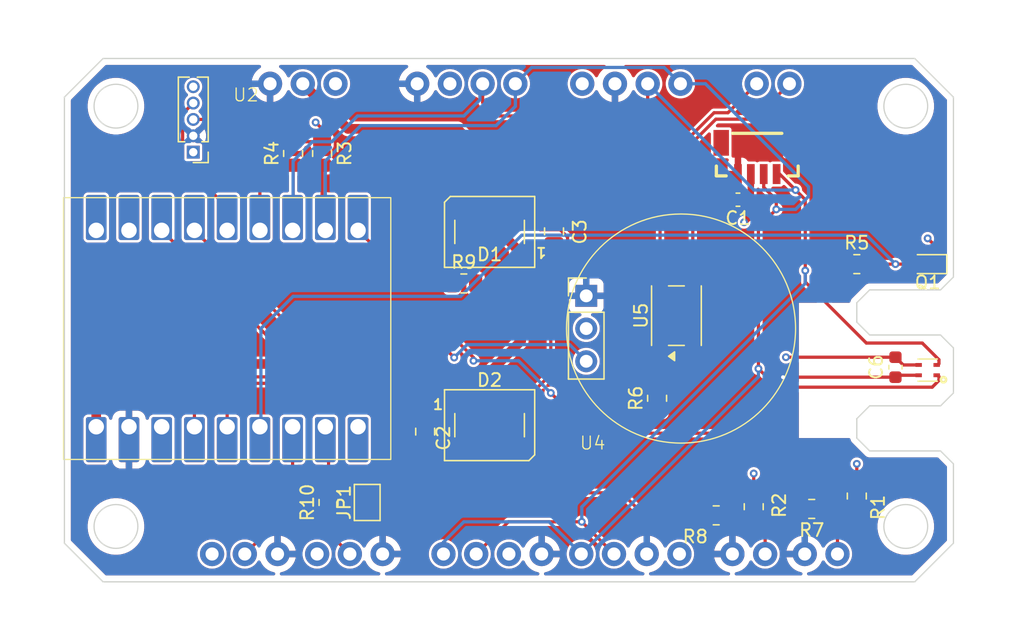
<source format=kicad_pcb>
(kicad_pcb (version 20241229) (generator "pcbnew") (generator_version "9.0")
  (layers (0 "F.Cu" power) (4 "In1.Cu" power) (6 "In2.Cu" power) (2 "B.Cu" power) (13 "F.Paste" user) (15 "B.Paste" user) (5 "F.SilkS" user "F.Silkscreen") (7 "B.SilkS" user "B.Silkscreen") (1 "F.Mask" user) (3 "B.Mask" user) (25 "Edge.Cuts" user))
  (net 0 "")
  (net 1 "+3V3")
  (net 2 "GND")
  (net 3 "+5V")
  (net 4 "Net-(D1-DIN)")
  (net 8 "SCK")
  (net 9 "SDA")
  (net 10 "UART_TX_mmWAVE")
  (net 11 "UART_RX_mmWAVE")
  (net 12 "WS12_LED_IN")
  (net 13 "Net-(U1-GP1)")
  (net 14 "Net-(U1-GP2)")
  (net 16 "Net-(U1-GP13)")
  (net 19 "Net-(D1-DOUT)")
  (net 21 "Net-(J3-Pin_2)")
  (net 22 "Net-(J3-Pin_1)")
  (net 23 "PhotoMeas")
  (net 24 "Relais")
  (net 25 "Net-(R6-Pad2)")
  (net 26 "Net-(J5-Pin_2)")
  (net 27 "Net-(J6-Pin_2)")
  (net 28 "Net-(J7-Pin_2)")
  (net 29 "Net-(J8-Pin_2)")
  (net 30 "Net-(JP1-B)")
  (footprint "Resistor_SMD:R_0805_2012Metric" (layer "F.Cu") (at 108.75 74.9125 90)
    (property "Reference" "R4" (at 0 -1.65 90) (layer "F.SilkS"))
    (property "Value" "2k2")
    (fp_line (start -0.227064 -0.735) (end 0.227064 -0.735) (stroke (width 0.12)) (layer "F.SilkS"))
    (fp_line (start -0.227064 0.735) (end 0.227064 0.735) (stroke (width 0.12)) (layer "F.SilkS"))
    (pad "1" smd roundrect (at -0.9125 0 90) (size 1.025 1.4) (layers "F.Cu" "F.Mask" "F.Paste") (roundrect_rratio 0.243902) (net 8 "SCK"))
    (pad "2" smd roundrect (at 0.9125 0 90) (size 1.025 1.4) (layers "F.Cu" "F.Mask" "F.Paste") (roundrect_rratio 0.243902) (net 1 "+3V3"))
  )
  (footprint "Jumper:SolderJumper-2_P1.3mm_Open_TrianglePad1.0x1.5mm" (layer "F.Cu") (at 114.5 102 90)
    (property "Reference" "JP1" (at 0 -1.8 90) (layer "F.SilkS"))
    (property "Value" "SolderJumper_2_Open" (hide yes))
    (fp_line (start 1.4 -1) (end 1.4 1) (stroke (width 0.12)) (layer "F.SilkS"))
    (fp_line (start -1.4 -1) (end 1.4 -1) (stroke (width 0.12)) (layer "F.SilkS"))
    (fp_line (start 1.4 1) (end -1.4 1) (stroke (width 0.12)) (layer "F.SilkS"))
    (fp_line (start -1.4 1) (end -1.4 -1) (stroke (width 0.12)) (layer "F.SilkS"))
    (pad "1" smd custom (at -0.725 0 90) (size 0.3 0.3) (layers "F.Cu" "F.Mask") (net 29 "Net-(J8-Pin_2)") (options (clearance outline) (anchor rect)) (primitives (gr_poly (pts (xy 1 0) (xy 0.5 0.75) (xy -0.5 0.75) (xy -0.5 -0.75) (xy 0.5 -0.75)) (width 0) (fill yes))))
    (pad "2" smd custom (at 0.725 0 90) (size 0.3 0.3) (layers "F.Cu" "F.Mask") (net 30 "Net-(JP1-B)") (options (clearance outline) (anchor rect)) (primitives (gr_poly (pts (xy 0.5 0.75) (xy -0.65 0.75) (xy -0.15 0) (xy -0.65 -0.75) (xy 0.5 -0.75)) (width 0) (fill yes))))
  )
  (footprint "PCM_SparkFun-Sensor:Sensirion_DFN-4_1.5x1.5mm_P0.8mm_SHT4x_NoCentralPad" (layer "F.Cu") (at 158 91.725 180)
    (property "Reference" "U3")
    (property "Value" "SHT40")
    (fp_line (start -0.75 0.86) (end 0.75 0.86) (stroke (width 0.12)) (layer "F.SilkS"))
    (fp_line (start -0.75 -0.86) (end 0.75 -0.86) (stroke (width 0.12)) (layer "F.SilkS"))
    (fp_circle (center -1.225289 -0.744253) (end -1.125289 -0.744253) (stroke (width 0.2032)) (fill no) (layer "F.SilkS"))
    (pad "1" smd rect (at -0.7 -0.4 180) (size 0.5 0.3) (layers "F.Cu" "F.Mask" "F.Paste") (net 9 "SDA"))
    (pad "2" smd rect (at -0.7 0.4 180) (size 0.5 0.3) (layers "F.Cu" "F.Mask" "F.Paste") (net 8 "SCK"))
    (pad "3" smd rect (at 0.7 0.4 180) (size 0.5 0.3) (layers "F.Cu" "F.Mask" "F.Paste") (net 1 "+3V3"))
    (pad "4" smd rect (at 0.7 -0.4 180) (size 0.5 0.3) (layers "F.Cu" "F.Mask" "F.Paste") (net 2 "GND"))
    (zone (net 0) (net_name "") (layer "F.Cu") (connect_pads (clearance 0)) (min_thickness 0.254)
      (keepout (tracks not_allowed) (vias not_allowed) (pads allowed) (copperpour not_allowed) (footprints allowed))
      (fill (thermal_gap 0.508) (thermal_bridge_width 0.508))
      (polygon (pts (xy 157.25 92.275) (xy 157.55 92.275) (xy 157.55 91.975) (xy 157.25 91.975) (xy 157.25 91.475) (xy 157.55 91.475) (xy 157.55 91.175) (xy 157.25 91.175) (xy 157.25 90.975) (xy 158.75 90.975) (xy 158.75 91.175) (xy 158.45 91.175) (xy 158.45 91.475) (xy 158.75 91.475) (xy 158.75 91.975) (xy 158.45 91.975) (xy 158.45 92.275) (xy 158.75 92.275) (xy 158.75 92.475) (xy 157.25 92.475)))
    )
  )
  (footprint "PCM_SparkFun-Connector:1x03_P2.54mm" (layer "F.Cu") (at 115.694603 106 180)
    (property "Reference" "J8")
    (property "Value" "Conn_01x03")
    (pad "1" thru_hole circle (at 0 0 270) (size 1.8796 1.8796) (drill 1.016) (layers "*.Cu" "*.Mask") (net 2 "GND"))
    (pad "2" thru_hole circle (at 2.54 0 270) (size 1.8796 1.8796) (drill 1.016) (layers "*.Cu" "*.Mask") (net 29 "Net-(J8-Pin_2)"))
    (pad "3" thru_hole circle (at 5.08 0 270) (size 1.8796 1.8796) (drill 1.016) (layers "*.Cu" "*.Mask") (net 1 "+3V3"))
  )
  (footprint "Resistor_SMD:R_0805_2012Metric" (layer "F.Cu") (at 141.5875 103 180)
    (property "Reference" "R8" (at 1.622897 -1.65 0) (layer "F.SilkS"))
    (property "Value" "470R")
    (fp_line (start -0.227064 0.735) (end 0.227064 0.735) (stroke (width 0.12)) (layer "F.SilkS"))
    (fp_line (start -0.227064 -0.735) (end 0.227064 -0.735) (stroke (width 0.12)) (layer "F.SilkS"))
    (pad "1" smd roundrect (at -0.9125 0 180) (size 1.025 1.4) (layers "F.Cu" "F.Mask" "F.Paste") (roundrect_rratio 0.243902) (net 26 "Net-(J5-Pin_2)"))
    (pad "2" smd roundrect (at 0.9125 0 180) (size 1.025 1.4) (layers "F.Cu" "F.Mask" "F.Paste") (roundrect_rratio 0.243902) (net 14 "Net-(U1-GP2)"))
  )
  (footprint "LibraryThomas:PIR_SR602" (layer "F.Cu") (at 132 93.58)
    (property "Reference" "U4" (at 0 3.81 0) (layer "F.SilkS") (effects (font (thickness 0.1))))
    (property "Value" "~")
    (fp_line (start -1.88 -9) (end -0.5 -9) (stroke (width 0.12)) (layer "F.SilkS"))
    (fp_line (start -1.88 -7.62) (end -1.88 -9) (stroke (width 0.12)) (layer "F.SilkS"))
    (fp_line (start -1.88 -6.35) (end -1.88 -1.16) (stroke (width 0.12)) (layer "F.SilkS"))
    (fp_line (start -1.88 -6.35) (end 0.88 -6.35) (stroke (width 0.12)) (layer "F.SilkS"))
    (fp_line (start -1.88 -1.16) (end 0.88 -1.16) (stroke (width 0.12)) (layer "F.SilkS"))
    (fp_line (start 0.88 -6.35) (end 0.88 -1.16) (stroke (width 0.12)) (layer "F.SilkS"))
    (fp_circle (center 6.858 -5.08) (end 15.748 -5.08) (stroke (width 0.1)) (fill no) (layer "F.SilkS"))
    (pad "1" thru_hole rect (at -0.5 -7.62) (size 1.7 1.7) (drill 1) (layers "*.Cu" "*.Mask") (net 2 "GND"))
    (pad "2" thru_hole circle (at -0.5 -5.08) (size 1.7 1.7) (drill 1) (layers "*.Cu" "*.Mask") (net 1 "+3V3"))
    (pad "3" thru_hole circle (at -0.5 -2.54) (size 1.7 1.7) (drill 1) (layers "*.Cu" "*.Mask") (net 16 "Net-(U1-GP13)"))
  )
  (footprint "PCM_SparkFun-Connector:1x04_P2.54mm" (layer "F.Cu") (at 131.19 69.5)
    (property "Reference" "J9")
    (property "Value" "VL53L0X Module")
    (pad "1" thru_hole circle (at 0 0 90) (size 1.8796 1.8796) (drill 1.016) (layers "*.Cu" "*.Mask") (net 1 "+3V3"))
    (pad "2" thru_hole circle (at 2.54 0 90) (size 1.8796 1.8796) (drill 1.016) (layers "*.Cu" "*.Mask") (net 2 "GND"))
    (pad "3" thru_hole circle (at 5.08 0 90) (size 1.8796 1.8796) (drill 1.016) (layers "*.Cu" "*.Mask") (net 8 "SCK"))
    (pad "4" thru_hole circle (at 7.62 0 90) (size 1.8796 1.8796) (drill 1.016) (layers "*.Cu" "*.Mask") (net 9 "SDA"))
  )
  (footprint "LibraryThomas:Unbenannt" (layer "F.Cu") (at 101 72.27)
    (property "Reference" "U2" (at 4.09 -1.9 0) (layer "F.SilkS") (effects (font (thickness 0.1))))
    (property "Value" "~")
    (fp_line (start -1.16 1.73) (end -1.16 -3.285) (stroke (width 0.12)) (layer "F.SilkS"))
    (fp_line (start -0.666708 1.73) (end -1.16 1.73) (stroke (width 0.12)) (layer "F.SilkS"))
    (fp_line (start -0.317923 -3.285) (end -1.16 -3.285) (stroke (width 0.12)) (layer "F.SilkS"))
    (fp_line (start 1.16 -3.285) (end 0.317923 -3.285) (stroke (width 0.12)) (layer "F.SilkS"))
    (fp_line (start 1.16 1.73) (end 0.666708 1.73) (stroke (width 0.12)) (layer "F.SilkS"))
    (fp_line (start 1.16 1.73) (end 1.16 -3.285) (stroke (width 0.12)) (layer "F.SilkS"))
    (fp_line (start 1.16 2.54) (end 1.16 3.35) (stroke (width 0.12)) (layer "F.SilkS"))
    (fp_line (start 1.16 3.35) (end 0 3.35) (stroke (width 0.12)) (layer "F.SilkS"))
    (pad "1" thru_hole rect (at 0 2.54 180) (size 1 1) (drill 0.65) (layers "*.Cu" "*.Mask") (net 1 "+3V3"))
    (pad "2" thru_hole circle (at 0 1.27 180) (size 1 1) (drill 0.65) (layers "*.Cu" "*.Mask") (net 2 "GND"))
    (pad "3" thru_hole circle (at 0 0 180) (size 1 1) (drill 0.65) (layers "*.Cu" "*.Mask") (net 11 "UART_RX_mmWAVE"))
    (pad "4" thru_hole circle (at 0 -1.27 180) (size 1 1) (drill 0.65) (layers "*.Cu" "*.Mask") (net 10 "UART_TX_mmWAVE"))
    (pad "5" thru_hole circle (at 0 -2.54 180) (size 1 1) (drill 0.65) (layers "*.Cu" "*.Mask"))
  )
  (footprint "PCM_SparkFun-Connector:1x02_P2.54mm" (layer "F.Cu") (at 144.73 69.5)
    (property "Reference" "J3")
    (property "Value" "Conn_01x02")
    (pad "1" thru_hole circle (at 0 0 90) (size 1.8796 1.8796) (drill 1.016) (layers "*.Cu" "*.Mask") (net 22 "Net-(J3-Pin_1)"))
    (pad "2" thru_hole circle (at 2.54 0 90) (size 1.8796 1.8796) (drill 1.016) (layers "*.Cu" "*.Mask") (net 21 "Net-(J3-Pin_2)"))
  )
  (footprint "PCM_SparkFun-Connector:1x02_P2.54mm" (layer "F.Cu") (at 142.845397 106)
    (property "Reference" "J5")
    (property "Value" "Conn_01x02")
    (pad "1" thru_hole circle (at 0 0 90) (size 1.8796 1.8796) (drill 1.016) (layers "*.Cu" "*.Mask") (net 2 "GND"))
    (pad "2" thru_hole circle (at 2.54 0 90) (size 1.8796 1.8796) (drill 1.016) (layers "*.Cu" "*.Mask") (net 26 "Net-(J5-Pin_2)"))
  )
  (footprint "Resistor_SMD:R_0805_2012Metric" (layer "F.Cu") (at 122 85)
    (property "Reference" "R9" (at 0 -1.65 0) (layer "F.SilkS"))
    (property "Value" "2k2")
    (fp_line (start -0.227064 -0.735) (end 0.227064 -0.735) (stroke (width 0.12)) (layer "F.SilkS"))
    (fp_line (start -0.227064 0.735) (end 0.227064 0.735) (stroke (width 0.12)) (layer "F.SilkS"))
    (pad "1" smd roundrect (at -0.9125 0) (size 1.025 1.4) (layers "F.Cu" "F.Mask" "F.Paste") (roundrect_rratio 0.243902) (net 12 "WS12_LED_IN"))
    (pad "2" smd roundrect (at 0.9125 0) (size 1.025 1.4) (layers "F.Cu" "F.Mask" "F.Paste") (roundrect_rratio 0.243902) (net 4 "Net-(D1-DIN)"))
  )
  (footprint "PCM_SparkFun-Connector:1x04_P2.54mm" (layer "F.Cu") (at 138.734604 106 180)
    (property "Reference" "J1")
    (property "Value" "BME280, SHT40 Module")
    (pad "1" thru_hole circle (at 0 0 270) (size 1.8796 1.8796) (drill 1.016) (layers "*.Cu" "*.Mask") (net 1 "+3V3"))
    (pad "2" thru_hole circle (at 2.54 0 270) (size 1.8796 1.8796) (drill 1.016) (layers "*.Cu" "*.Mask") (net 2 "GND"))
    (pad "3" thru_hole circle (at 5.08 0 270) (size 1.8796 1.8796) (drill 1.016) (layers "*.Cu" "*.Mask") (net 8 "SCK"))
    (pad "4" thru_hole circle (at 7.62 0 270) (size 1.8796 1.8796) (drill 1.016) (layers "*.Cu" "*.Mask") (net 9 "SDA"))
  )
  (footprint "LED_SMD:LED_WS2812B_PLCC4_5.0x5.0mm_P3.2mm" (layer "F.Cu") (at 124 96)
    (property "Reference" "D2" (at 0 -3.5 0) (layer "F.SilkS"))
    (property "Value" "WS2812B")
    (fp_line (start -3.5 -2.75) (end -3.5 2.75) (stroke (width 0.12)) (layer "F.SilkS"))
    (fp_line (start -3.5 -2.75) (end 3.5 -2.75) (stroke (width 0.12)) (layer "F.SilkS"))
    (fp_line (start -3.5 2.75) (end 3.05 2.75) (stroke (width 0.12)) (layer "F.SilkS"))
    (fp_line (start -2.7 0.9) (end -2.7 -0.9) (stroke (width 0.12)) (layer "F.SilkS"))
    (fp_line (start 2.7 0.9) (end 2.7 -0.9) (stroke (width 0.12)) (layer "F.SilkS"))
    (fp_line (start 3.05 2.75) (end 3.5 2.3) (stroke (width 0.12)) (layer "F.SilkS"))
    (fp_line (start 3.5 2.3) (end 3.5 -2.75) (stroke (width 0.12)) (layer "F.SilkS"))
    (fp_text user "1" (at -4 -1.6 0) (layer "F.SilkS") (effects (font (size 0.8 0.8))))
    (pad "1" smd roundrect (at -2.45 -1.65) (size 1.5 0.9) (layers "F.Cu" "F.Mask" "F.Paste") (roundrect_rratio 0.1) (net 3 "+5V"))
    (pad "2" smd roundrect (at -2.45 1.65) (size 1.5 0.9) (layers "F.Cu" "F.Mask" "F.Paste") (roundrect_rratio 0.1))
    (pad "3" smd roundrect (at 2.45 1.65) (size 1.5 0.9) (layers "F.Cu" "F.Mask" "F.Paste") (roundrect_rratio 0.1) (net 2 "GND"))
    (pad "4" smd roundrect (at 2.45 -1.65) (size 1.5 0.9) (layers "F.Cu" "F.Mask" "F.Paste") (roundrect_rratio 0.1) (net 19 "Net-(D1-DOUT)"))
  )
  (footprint "Resistor_SMD:R_0805_2012Metric" (layer "F.Cu") (at 152.5 83.5)
    (property "Reference" "R5" (at 0 -1.65 0) (layer "F.SilkS"))
    (property "Value" "10k")
    (fp_line (start -0.227064 -0.735) (end 0.227064 -0.735) (stroke (width 0.12)) (layer "F.SilkS"))
    (fp_line (start -0.227064 0.735) (end 0.227064 0.735) (stroke (width 0.12)) (layer "F.SilkS"))
    (pad "1" smd roundrect (at -0.9125 0) (size 1.025 1.4) (layers "F.Cu" "F.Mask" "F.Paste") (roundrect_rratio 0.243902) (net 2 "GND"))
    (pad "2" smd roundrect (at 0.9125 0) (size 1.025 1.4) (layers "F.Cu" "F.Mask" "F.Paste") (roundrect_rratio 0.243902) (net 23 "PhotoMeas"))
  )
  (footprint "LED_SMD:LED_0603_1608Metric" (layer "F.Cu") (at 158 83.5 180)
    (property "Reference" "Q1" (at 0 -1.43 0) (layer "F.SilkS"))
    (property "Value" "PT19-21C")
    (fp_line (start 0.8 -0.735) (end -1.485 -0.735) (stroke (width 0.12)) (layer "F.SilkS"))
    (fp_line (start -1.485 0.735) (end 0.8 0.735) (stroke (width 0.12)) (layer "F.SilkS"))
    (fp_line (start -1.485 -0.735) (end -1.485 0.735) (stroke (width 0.12)) (layer "F.SilkS"))
    (pad "1" smd roundrect (at -0.7875 0 180) (size 0.875 0.95) (layers "F.Cu" "F.Mask" "F.Paste") (net 1 "+3V3"))
    (pad "2" smd roundrect (at 0.7875 0 180) (size 0.875 0.95) (layers "F.Cu" "F.Mask" "F.Paste") (net 23 "PhotoMeas"))
  )
  (footprint "ThomasFootprints:ESP32_S3_zeroBoard" (layer "F.Cu") (at 118.87 83.42 90)
    (property "Reference" "U1" (hide yes))
    (property "Value" "~" (hide yes))
    (fp_rect (start -15.24 -27.94) (end 5.08 -2.54) (stroke (width 0.1)) (fill no) (layer "F.SilkS"))
    (pad "1" thru_hole roundrect (at -12.7 -25.4) (size 1.6 3.5) (drill 1.2 (offset 0 1)) (layers "*.Cu" "*.Mask") (roundrect_rratio 0.1093613298) (net 3 "+5V"))
    (pad "2" thru_hole roundrect (at -12.7 -22.86) (size 1.6 3.5) (drill 1.2 (offset 0 1)) (layers "*.Cu" "*.Mask") (roundrect_rratio 0.1093613298) (net 2 "GND"))
    (pad "3" thru_hole roundrect (at -12.7 -20.32) (size 1.6 3.5) (drill 1.2 (offset 0 1)) (layers "*.Cu" "*.Mask") (roundrect_rratio 0.1093613298) (net 1 "+3V3"))
    (pad "4" thru_hole roundrect (at -12.7 -17.78) (size 1.6 3.5) (drill 1.2 (offset 0 1)) (layers "*.Cu" "*.Mask") (roundrect_rratio 0.1093613298) (net 13 "Net-(U1-GP1)"))
    (pad "5" thru_hole roundrect (at -12.7 -15.24) (size 1.6 3.5) (drill 1.2 (offset 0 1)) (layers "*.Cu" "*.Mask") (roundrect_rratio 0.1093613298) (net 14 "Net-(U1-GP2)"))
    (pad "6" thru_hole roundrect (at -12.7 -12.7) (size 1.6 3.5) (drill 1.2 (offset 0 1)) (layers "*.Cu" "*.Mask") (roundrect_rratio 0.1093613298) (net 23 "PhotoMeas"))
    (pad "7" thru_hole roundrect (at -12.7 -10.16) (size 1.6 3.5) (drill 1.2 (offset 0 1)) (layers "*.Cu" "*.Mask") (roundrect_rratio 0.1093613298) (net 28 "Net-(J7-Pin_2)"))
    (pad "8" thru_hole roundrect (at -12.7 -7.62) (size 1.6 3.5) (drill 1.2 (offset 0 1)) (layers "*.Cu" "*.Mask") (roundrect_rratio 0.1093613298) (net 30 "Net-(JP1-B)"))
    (pad "9" thru_hole roundrect (at -12.7 -5.08) (size 1.6 3.5) (drill 1.2 (offset 0 1)) (layers "*.Cu" "*.Mask") (roundrect_rratio 0.1093613298))
    (pad "10" thru_hole roundrect (at 2.54 -5.08) (size 1.6 3.5) (drill 1.2 (offset 0 -1)) (layers "*.Cu" "*.Mask") (roundrect_rratio 0.1093613298) (net 12 "WS12_LED_IN"))
    (pad "11" thru_hole roundrect (at 2.54 -7.62) (size 1.6 3.5) (drill 1.2 (offset 0 -1)) (layers "*.Cu" "*.Mask") (roundrect_rratio 0.1093613298) (net 9 "SDA"))
    (pad "12" thru_hole roundrect (at 2.54 -10.16) (size 1.6 3.5) (drill 1.2 (offset 0 -1)) (layers "*.Cu" "*.Mask") (roundrect_rratio 0.1093613298) (net 8 "SCK"))
    (pad "13" thru_hole roundrect (at 2.54 -12.7) (size 1.6 3.5) (drill 1.2 (offset 0 -1)) (layers "*.Cu" "*.Mask") (roundrect_rratio 0.1093613298) (net 11 "UART_RX_mmWAVE"))
    (pad "14" thru_hole roundrect (at 2.54 -15.24) (size 1.6 3.5) (drill 1.2 (offset 0 -1)) (layers "*.Cu" "*.Mask") (roundrect_rratio 0.1093613298) (net 10 "UART_TX_mmWAVE"))
    (pad "15" thru_hole roundrect (at 2.54 -17.78) (size 1.6 3.5) (drill 1.2 (offset 0 -1)) (layers "*.Cu" "*.Mask") (roundrect_rratio 0.1093613298) (net 24 "Relais"))
    (pad "16" thru_hole roundrect (at 2.54 -20.32) (size 1.6 3.5) (drill 1.2 (offset 0 -1)) (layers "*.Cu" "*.Mask") (roundrect_rratio 0.1093613298) (net 16 "Net-(U1-GP13)"))
    (pad "17" thru_hole roundrect (at 2.54 -22.86) (size 1.6 3.5) (drill 1.2 (offset 0 -1)) (layers "*.Cu" "*.Mask") (roundrect_rratio 0.1093613298))
    (pad "18" thru_hole roundrect (at 2.54 -25.4) (size 1.6 3.5) (drill 1.2 (offset 0 -1)) (layers "*.Cu" "*.Mask") (roundrect_rratio 0.1093613298))
  )
  (footprint "PCM_SparkFun-Connector:1x03_P2.54mm" (layer "F.Cu") (at 107.54 106 180)
    (property "Reference" "J7")
    (property "Value" "Conn_01x03")
    (pad "1" thru_hole circle (at 0 0 270) (size 1.8796 1.8796) (drill 1.016) (layers "*.Cu" "*.Mask") (net 2 "GND"))
    (pad "2" thru_hole circle (at 2.54 0 270) (size 1.8796 1.8796) (drill 1.016) (layers "*.Cu" "*.Mask") (net 28 "Net-(J7-Pin_2)"))
    (pad "3" thru_hole circle (at 5.08 0 270) (size 1.8796 1.8796) (drill 1.016) (layers "*.Cu" "*.Mask") (net 1 "+3V3"))
  )
  (footprint "Capacitor_SMD:C_0603_1608Metric" (layer "F.Cu") (at 155.5 91.5 -90)
    (property "Reference" "C6" (at 0 1.5 90) (layer "F.SilkS"))
    (property "Value" "100n")
    (fp_line (start -0.14058 0.51) (end 0.14058 0.51) (stroke (width 0.12)) (layer "F.SilkS"))
    (fp_line (start -0.14058 -0.51) (end 0.14058 -0.51) (stroke (width 0.12)) (layer "F.SilkS"))
    (pad "1" smd roundrect (at -0.775 0 270) (size 0.9 0.95) (layers "F.Cu" "F.Mask" "F.Paste") (net 1 "+3V3"))
    (pad "2" smd roundrect (at 0.775 0 270) (size 0.9 0.95) (layers "F.Cu" "F.Mask" "F.Paste") (net 2 "GND"))
  )
  (footprint "Resistor_SMD:R_0805_2012Metric" (layer "F.Cu") (at 111.5 102 90)
    (property "Reference" "R10" (at 0 -1.65 90) (layer "F.SilkS"))
    (property "Value" "470R")
    (fp_line (start -0.227064 -0.735) (end 0.227064 -0.735) (stroke (width 0.12)) (layer "F.SilkS"))
    (fp_line (start -0.227064 0.735) (end 0.227064 0.735) (stroke (width 0.12)) (layer "F.SilkS"))
    (pad "1" smd roundrect (at -0.9125 0 90) (size 1.025 1.4) (layers "F.Cu" "F.Mask" "F.Paste") (roundrect_rratio 0.243902) (net 29 "Net-(J8-Pin_2)"))
    (pad "2" smd roundrect (at 0.9125 0 90) (size 1.025 1.4) (layers "F.Cu" "F.Mask" "F.Paste") (roundrect_rratio 0.243902) (net 30 "Net-(JP1-B)"))
  )
  (footprint "Package_SO:Toshiba_SOIC-4-6_4.4x3.6mm_P1.27mm" (layer "F.Cu") (at 138.5 87.5 90)
    (property "Reference" "U5" (at 0 -2.75 90) (layer "F.SilkS"))
    (property "Value" "TLP175A")
    (fp_line (start -2.31 -1.93) (end 2.31 -1.93) (stroke (width 0.12)) (layer "F.SilkS"))
    (fp_line (start 2.31 -0.61) (end 2.31 0.61) (stroke (width 0.12)) (layer "F.SilkS"))
    (fp_line (start -2.31 0.61) (end -2.31 -0.61) (stroke (width 0.12)) (layer "F.SilkS"))
    (fp_line (start 2.31 1.93) (end -2.31 1.93) (stroke (width 0.12)) (layer "F.SilkS"))
    (fp_poly (pts (xy -3.15 -0.61) (xy -2.81 -0.14) (xy -3.49 -0.14)) (stroke (width 0.12)) (fill yes) (layer "F.SilkS"))
    (pad "1" smd roundrect (at -3.15 -1.27 90) (size 1.2 0.8) (layers "F.Cu" "F.Mask" "F.Paste") (net 25 "Net-(R6-Pad2)"))
    (pad "3" smd roundrect (at -3.15 1.27 90) (size 1.2 0.8) (layers "F.Cu" "F.Mask" "F.Paste") (net 2 "GND"))
    (pad "4" smd roundrect (at 3.15 1.27 90) (size 1.2 0.8) (layers "F.Cu" "F.Mask" "F.Paste") (net 21 "Net-(J3-Pin_2)"))
    (pad "6" smd roundrect (at 3.15 -1.27 90) (size 1.2 0.8) (layers "F.Cu" "F.Mask" "F.Paste") (net 22 "Net-(J3-Pin_1)"))
  )
  (footprint "Resistor_SMD:R_0805_2012Metric" (layer "F.Cu") (at 149 102.5 180)
    (property "Reference" "R7" (at 0 -1.65 0) (layer "F.SilkS"))
    (property "Value" "470R")
    (fp_line (start -0.227064 0.735) (end 0.227064 0.735) (stroke (width 0.12)) (layer "F.SilkS"))
    (fp_line (start -0.227064 -0.735) (end 0.227064 -0.735) (stroke (width 0.12)) (layer "F.SilkS"))
    (pad "1" smd roundrect (at -0.9125 0 180) (size 1.025 1.4) (layers "F.Cu" "F.Mask" "F.Paste") (roundrect_rratio 0.243902) (net 27 "Net-(J6-Pin_2)"))
    (pad "2" smd roundrect (at 0.9125 0 180) (size 1.025 1.4) (layers "F.Cu" "F.Mask" "F.Paste") (roundrect_rratio 0.243902) (net 13 "Net-(U1-GP1)"))
  )
  (footprint "PCM_SparkFun-Connector:JST_1x04_P1.0mm_Vertical_SMD" (layer "F.Cu") (at 144.775 75)
    (property "Reference" "J4")
    (property "Value" "Qwiic_Vertical")
    (fp_line (start -3.175 0.889) (end -3.175 1.651) (stroke (width 0.254)) (layer "F.SilkS"))
    (fp_line (start -3.175 1.651) (end -2.413 1.651) (stroke (width 0.254)) (layer "F.SilkS"))
    (fp_line (start 1.905 -1.651) (end -1.905 -1.651) (stroke (width 0.254)) (layer "F.SilkS"))
    (fp_line (start 3.175 0.889) (end 3.175 1.651) (stroke (width 0.254)) (layer "F.SilkS"))
    (fp_line (start 3.175 1.651) (end 2.413 1.651) (stroke (width 0.254)) (layer "F.SilkS"))
    (pad "1" smd rect (at -1.5 1.511) (size 0.6 1.55) (layers "F.Cu" "F.Mask" "F.Paste") (net 2 "GND"))
    (pad "2" smd rect (at -0.5 1.511) (size 0.6 1.55) (layers "F.Cu" "F.Mask" "F.Paste") (net 1 "+3V3"))
    (pad "3" smd rect (at 0.5 1.511) (size 0.6 1.55) (layers "F.Cu" "F.Mask" "F.Paste") (net 9 "SDA"))
    (pad "4" smd rect (at 1.5 1.511) (size 0.6 1.55) (layers "F.Cu" "F.Mask" "F.Paste") (net 8 "SCK"))
    (pad "NC1" smd rect (at -2.8 -0.914) (size 1.2 2) (layers "F.Cu" "F.Mask" "F.Paste"))
    (pad "NC2" smd rect (at 2.8 -0.914) (size 1.2 2) (layers "F.Cu" "F.Mask" "F.Paste"))
  )
  (footprint "Capacitor_SMD:C_0603_1608Metric" (layer "F.Cu") (at 143.275 78.5 180)
    (property "Reference" "C1" (at 0 -1.43 180) (layer "F.SilkS"))
    (property "Value" "100n")
    (fp_line (start -0.14058 0.51) (end 0.14058 0.51) (stroke (width 0.12)) (layer "F.SilkS"))
    (fp_line (start -0.14058 -0.51) (end 0.14058 -0.51) (stroke (width 0.12)) (layer "F.SilkS"))
    (pad "1" smd roundrect (at -0.775 0 180) (size 0.9 0.95) (layers "F.Cu" "F.Mask" "F.Paste") (net 1 "+3V3"))
    (pad "2" smd roundrect (at 0.775 0 180) (size 0.9 0.95) (layers "F.Cu" "F.Mask" "F.Paste") (net 2 "GND"))
  )
  (footprint "PCM_SparkFun-Connector:1x04_P2.54mm" (layer "F.Cu") (at 118.38 69.5)
    (property "Reference" "J10")
    (property "Value" "SCD40 Module")
    (pad "1" thru_hole circle (at 0 0 90) (size 1.8796 1.8796) (drill 1.016) (layers "*.Cu" "*.Mask") (net 2 "GND"))
    (pad "2" thru_hole circle (at 2.54 0 90) (size 1.8796 1.8796) (drill 1.016) (layers "*.Cu" "*.Mask") (net 1 "+3V3"))
    (pad "3" thru_hole circle (at 5.08 0 90) (size 1.8796 1.8796) (drill 1.016) (layers "*.Cu" "*.Mask") (net 8 "SCK"))
    (pad "4" thru_hole circle (at 7.62 0 90) (size 1.8796 1.8796) (drill 1.016) (layers "*.Cu" "*.Mask") (net 9 "SDA"))
  )
  (footprint "PCM_SparkFun-Connector:1x03_P2.54mm" (layer "F.Cu") (at 106.96 69.5)
    (property "Reference" "J11")
    (property "Value" "Conn_01x03")
    (pad "1" thru_hole circle (at 0 0 90) (size 1.8796 1.8796) (drill 1.016) (layers "*.Cu" "*.Mask") (net 2 "GND"))
    (pad "2" thru_hole circle (at 2.54 0 90) (size 1.8796 1.8796) (drill 1.016) (layers "*.Cu" "*.Mask") (net 3 "+5V"))
    (pad "3" thru_hole circle (at 5.08 0 90) (size 1.8796 1.8796) (drill 1.016) (layers "*.Cu" "*.Mask") (net 1 "+3V3"))
  )
  (footprint "Resistor_SMD:R_0805_2012Metric" (layer "F.Cu") (at 111 74.9125 90)
    (property "Reference" "R3" (at 0 1.75 90) (layer "F.SilkS"))
    (property "Value" "2k2")
    (fp_line (start -0.227064 -0.735) (end 0.227064 -0.735) (stroke (width 0.12)) (layer "F.SilkS"))
    (fp_line (start -0.227064 0.735) (end 0.227064 0.735) (stroke (width 0.12)) (layer "F.SilkS"))
    (pad "1" smd roundrect (at -0.9125 0 90) (size 1.025 1.4) (layers "F.Cu" "F.Mask" "F.Paste") (roundrect_rratio 0.243902) (net 9 "SDA"))
    (pad "2" smd roundrect (at 0.9125 0 90) (size 1.025 1.4) (layers "F.Cu" "F.Mask" "F.Paste") (roundrect_rratio 0.243902) (net 1 "+3V3"))
  )
  (footprint "LED_SMD:LED_WS2812B_PLCC4_5.0x5.0mm_P3.2mm" (layer "F.Cu") (at 124 81 180)
    (property "Reference" "D1" (at 0 -1.75 0) (layer "F.SilkS"))
    (property "Value" "WS2812B")
    (fp_line (start 3.5 2.3) (end 3.5 -2.75) (stroke (width 0.12)) (layer "F.SilkS"))
    (fp_line (start 3.05 2.75) (end 3.5 2.3) (stroke (width 0.12)) (layer "F.SilkS"))
    (fp_line (start 2.7 0.9) (end 2.7 -0.9) (stroke (width 0.12)) (layer "F.SilkS"))
    (fp_line (start -2.7 0.9) (end -2.7 -0.9) (stroke (width 0.12)) (layer "F.SilkS"))
    (fp_line (start -3.5 2.75) (end 3.05 2.75) (stroke (width 0.12)) (layer "F.SilkS"))
    (fp_line (start -3.5 -2.75) (end 3.5 -2.75) (stroke (width 0.12)) (layer "F.SilkS"))
    (fp_line (start -3.5 -2.75) (end -3.5 2.75) (stroke (width 0.12)) (layer "F.SilkS"))
    (fp_text user "1" (at -4 -1.6 180) (layer "F.SilkS") (effects (font (size 0.8 0.8))))
    (pad "1" smd roundrect (at -2.45 -1.65 180) (size 1.5 0.9) (layers "F.Cu" "F.Mask" "F.Paste") (roundrect_rratio 0.1) (net 3 "+5V"))
    (pad "2" smd roundrect (at -2.45 1.65 180) (size 1.5 0.9) (layers "F.Cu" "F.Mask" "F.Paste") (roundrect_rratio 0.1) (net 19 "Net-(D1-DOUT)"))
    (pad "3" smd roundrect (at 2.45 1.65 180) (size 1.5 0.9) (layers "F.Cu" "F.Mask" "F.Paste") (roundrect_rratio 0.1) (net 2 "GND"))
    (pad "4" smd roundrect (at 2.45 -1.65 180) (size 1.5 0.9) (layers "F.Cu" "F.Mask" "F.Paste") (roundrect_rratio 0.1) (net 4 "Net-(D1-DIN)"))
  )
  (footprint "Resistor_SMD:R_0805_2012Metric" (layer "F.Cu") (at 152.5 101.5 -90)
    (property "Reference" "R1" (at 0.888 -1.65 90) (layer "F.SilkS"))
    (property "Value" "R")
    (fp_line (start -0.227064 0.735) (end 0.227064 0.735) (stroke (width 0.12)) (layer "F.SilkS"))
    (fp_line (start -0.227064 -0.735) (end 0.227064 -0.735) (stroke (width 0.12)) (layer "F.SilkS"))
    (pad "1" smd roundrect (at -0.9125 0 270) (size 1.025 1.4) (layers "F.Cu" "F.Mask" "F.Paste") (roundrect_rratio 0.243902) (net 1 "+3V3"))
    (pad "2" smd roundrect (at 0.9125 0 270) (size 1.025 1.4) (layers "F.Cu" "F.Mask" "F.Paste") (roundrect_rratio 0.243902) (net 27 "Net-(J6-Pin_2)"))
  )
  (footprint "PCM_SparkFun-Connector:1x02_P2.54mm" (layer "F.Cu") (at 148.46 106)
    (property "Reference" "J6")
    (property "Value" "Conn_01x02")
    (pad "1" thru_hole circle (at 0 0 90) (size 1.8796 1.8796) (drill 1.016) (layers "*.Cu" "*.Mask") (net 2 "GND"))
    (pad "2" thru_hole circle (at 2.54 0 90) (size 1.8796 1.8796) (drill 1.016) (layers "*.Cu" "*.Mask") (net 27 "Net-(J6-Pin_2)"))
  )
  (footprint "Resistor_SMD:R_0805_2012Metric" (layer "F.Cu") (at 144.5 102.325 -90)
    (property "Reference" "R2" (at -0.1016 -1.9812 90) (layer "F.SilkS"))
    (property "Value" "R")
    (fp_line (start -0.227064 0.735) (end 0.227064 0.735) (stroke (width 0.12)) (layer "F.SilkS"))
    (fp_line (start -0.227064 -0.735) (end 0.227064 -0.735) (stroke (width 0.12)) (layer "F.SilkS"))
    (pad "1" smd roundrect (at -0.9125 0 270) (size 1.025 1.4) (layers "F.Cu" "F.Mask" "F.Paste") (roundrect_rratio 0.243902) (net 1 "+3V3"))
    (pad "2" smd roundrect (at 0.9125 0 270) (size 1.025 1.4) (layers "F.Cu" "F.Mask" "F.Paste") (roundrect_rratio 0.243902) (net 26 "Net-(J5-Pin_2)"))
  )
  (footprint "Resistor_SMD:R_0805_2012Metric" (layer "F.Cu") (at 137 93.9125 90)
    (property "Reference" "R6" (at 0 -1.65 90) (layer "F.SilkS"))
    (property "Value" "470R")
    (fp_line (start -0.227064 -0.735) (end 0.227064 -0.735) (stroke (width 0.12)) (layer "F.SilkS"))
    (fp_line (start -0.227064 0.735) (end 0.227064 0.735) (stroke (width 0.12)) (layer "F.SilkS"))
    (pad "1" smd roundrect (at -0.9125 0 90) (size 1.025 1.4) (layers "F.Cu" "F.Mask" "F.Paste") (roundrect_rratio 0.243902) (net 24 "Relais"))
    (pad "2" smd roundrect (at 0.9125 0 90) (size 1.025 1.4) (layers "F.Cu" "F.Mask" "F.Paste") (roundrect_rratio 0.243902) (net 25 "Net-(R6-Pad2)"))
  )
  (footprint "Capacitor_SMD:C_0805_2012Metric" (layer "F.Cu") (at 129 80.95 90)
    (property "Reference" "C3" (at -0.05 2 90) (layer "F.SilkS"))
    (property "Value" "10u")
    (fp_line (start -0.261252 -0.735) (end 0.261252 -0.735) (stroke (width 0.12)) (layer "F.SilkS"))
    (fp_line (start -0.261252 0.735) (end 0.261252 0.735) (stroke (width 0.12)) (layer "F.SilkS"))
    (pad "1" smd roundrect (at -0.95 0 90) (size 1 1.45) (layers "F.Cu" "F.Mask" "F.Paste") (net 3 "+5V"))
    (pad "2" smd roundrect (at 0.95 0 90) (size 1 1.45) (layers "F.Cu" "F.Mask" "F.Paste") (net 2 "GND"))
  )
  (footprint "Capacitor_SMD:C_0805_2012Metric" (layer "F.Cu") (at 119 96.5 -90)
    (property "Reference" "C2" (at 0.5 -1.4125 90) (layer "F.SilkS"))
    (property "Value" "10u")
    (fp_line (start -0.261252 0.735) (end 0.261252 0.735) (stroke (width 0.12)) (layer "F.SilkS"))
    (fp_line (start -0.261252 -0.735) (end 0.261252 -0.735) (stroke (width 0.12)) (layer "F.SilkS"))
    (pad "1" smd roundrect (at -0.95 0 270) (size 1 1.45) (layers "F.Cu" "F.Mask" "F.Paste") (net 3 "+5V"))
    (pad "2" smd roundrect (at 0.95 0 270) (size 1 1.45) (layers "F.Cu" "F.Mask" "F.Paste") (net 2 "GND"))
  )
  (footprint "PCM_SparkFun-Connector:1x04_P2.54mm" (layer "F.Cu") (at 128.04 106 180)
    (property "Reference" "J2")
    (property "Value" "SCD40 Module")
    (pad "1" thru_hole circle (at 0 0 270) (size 1.8796 1.8796) (drill 1.016) (layers "*.Cu" "*.Mask") (net 2 "GND"))
    (pad "2" thru_hole circle (at 2.54 0 270) (size 1.8796 1.8796) (drill 1.016) (layers "*.Cu" "*.Mask") (net 1 "+3V3"))
    (pad "3" thru_hole circle (at 5.08 0 270) (size 1.8796 1.8796) (drill 1.016) (layers "*.Cu" "*.Mask") (net 8 "SCK"))
    (pad "4" thru_hole circle (at 7.62 0 270) (size 1.8796 1.8796) (drill 1.016) (layers "*.Cu" "*.Mask") (net 9 "SDA"))
  )
  (gr_line (start 160 70.54) (end 157 67.54) (stroke (width 0.1)) (layer "Edge.Cuts"))
  (gr_line (start 160 105.16) (end 160 99) (stroke (width 0.1)) (layer "Edge.Cuts"))
  (gr_line (start 157 108.16) (end 160 105.16) (stroke (width 0.1)) (layer "Edge.Cuts"))
  (gr_circle (center 95 71.24) (end 96.7 71.24) (stroke (width 0.1)) (fill no) (layer "Edge.Cuts"))
  (gr_line (start 152.5 95.5) (end 152.5 97) (stroke (width 0.1)) (layer "Edge.Cuts"))
  (gr_line (start 160 93.5) (end 159 94.5) (stroke (width 0.1)) (layer "Edge.Cuts"))
  (gr_line (start 153.5 94.5) (end 152.5 95.5) (stroke (width 0.1)) (layer "Edge.Cuts"))
  (gr_line (start 160 84.5) (end 160 70.54) (stroke (width 0.1)) (layer "Edge.Cuts"))
  (gr_circle (center 156.3 71.24) (end 158 71.24) (stroke (width 0.1)) (fill no) (layer "Edge.Cuts"))
  (gr_line (start 159 89) (end 160 90) (stroke (width 0.1)) (layer "Edge.Cuts"))
  (gr_line (start 152.5 97) (end 153.5 98) (stroke (width 0.1)) (layer "Edge.Cuts"))
  (gr_line (start 157 67.54) (end 94 67.54) (stroke (width 0.1)) (layer "Edge.Cuts"))
  (gr_line (start 159 94.5) (end 153.5 94.5) (stroke (width 0.1)) (layer "Edge.Cuts"))
  (gr_line (start 153.5 98) (end 159 98) (stroke (width 0.1)) (layer "Edge.Cuts"))
  (gr_line (start 159 98) (end 160 99) (stroke (width 0.1)) (layer "Edge.Cuts"))
  (gr_line (start 160 93.5) (end 160 90) (stroke (width 0.1)) (layer "Edge.Cuts"))
  (gr_line (start 152.5 86.5) (end 152.5 88) (stroke (width 0.1)) (layer "Edge.Cuts"))
  (gr_line (start 159 85.5) (end 153.5 85.5) (stroke (width 0.1)) (layer "Edge.Cuts"))
  (gr_line (start 94 108.16) (end 157 108.16) (stroke (width 0.1)) (layer "Edge.Cuts"))
  (gr_line (start 91 70.54) (end 91 105.16) (stroke (width 0.1)) (layer "Edge.Cuts"))
  (gr_circle (center 156.3 103.86) (end 158 103.86) (stroke (width 0.1)) (fill no) (layer "Edge.Cuts"))
  (gr_line (start 160 84.5) (end 159 85.5) (stroke (width 0.1)) (layer "Edge.Cuts"))
  (gr_line (start 94 67.54) (end 91 70.54) (stroke (width 0.1)) (layer "Edge.Cuts"))
  (gr_line (start 153.5 85.5) (end 152.5 86.5) (stroke (width 0.1)) (layer "Edge.Cuts"))
  (gr_line (start 152.5 88) (end 153.5 89) (stroke (width 0.1)) (layer "Edge.Cuts"))
  (gr_circle (center 95 103.86) (end 96.7 103.86) (stroke (width 0.1)) (fill no) (layer "Edge.Cuts"))
  (gr_line (start 91 105.16) (end 94 108.16) (stroke (width 0.1)) (layer "Edge.Cuts"))
  (gr_line (start 153.5 89) (end 159 89) (stroke (width 0.1)) (layer "Edge.Cuts"))
  (segment (start 158.25 81.75) (end 158 81.5) (width 0.25) (layer "F.Cu") (net 1))
  (segment (start 156.1 91.325) (end 157.3 91.325) (width 0.25) (layer "F.Cu") (net 1))
  (segment (start 144.275 78.275) (end 144.05 78.5) (width 0.5) (layer "F.Cu") (net 1))
  (segment (start 111 73) (end 110.5 72.5) (width 0.25) (layer "F.Cu") (net 1))
  (segment (start 155.5 90.725) (end 156.1 91.325) (width 0.25) (layer "F.Cu") (net 1))
  (segment (start 111 74) (end 108.75 74) (width 0.25) (layer "F.Cu") (net 1))
  (segment (start 158.7875 82.2875) (end 158.25 81.75) (width 0.25) (layer "F.Cu") (net 1))
  (segment (start 144.05 78.5) (end 144.05 79.95) (width 0.5) (layer "F.Cu") (net 1))
  (segment (start 144.275 76.511) (end 144.275 78.275) (width 0.5) (layer "F.Cu") (net 1))
  (segment (start 111 74) (end 111 73) (width 0.25) (layer "F.Cu") (net 1))
  (segment (start 147 90.725) (end 155.5 90.725) (width 0.25) (layer "F.Cu") (net 1))
  (segment (start 144.5 101.4125) (end 144.5 99.75) (width 0.25) (layer "F.Cu") (net 1))
  (segment (start 144.05 79.95) (end 143.75 80.25) (width 0.5) (layer "F.Cu") (net 1))
  (segment (start 158.7875 83.5) (end 158.7875 82.2875) (width 0.25) (layer "F.Cu") (net 1))
  (segment (start 152.5 100.5875) (end 152.5 99) (width 0.25) (layer "F.Cu") (net 1))
  (via (at 144.5 99.75) (size 0.6) (drill 0.3) (layers "F.Cu" "B.Cu") (net 1))
  (via (at 158 81.5) (size 0.6) (drill 0.3) (layers "F.Cu" "B.Cu") (net 1))
  (via (at 152.5 99) (size 0.6) (drill 0.3) (layers "F.Cu" "B.Cu") (net 1))
  (via (at 110.5 72.5) (size 0.6) (drill 0.3) (layers "F.Cu" "B.Cu") (net 1))
  (via (at 147 90.725) (size 0.6) (drill 0.3) (layers "F.Cu" "B.Cu") (net 1))
  (via (at 143.75 80.25) (size 0.6) (drill 0.3) (layers "F.Cu" "B.Cu") (net 1))
  (segment (start 155.5 92.275) (end 155.65 92.125) (width 0.25) (layer "F.Cu") (net 2))
  (segment (start 146.75 92.25) (end 146.775 92.275) (width 0.25) (layer "F.Cu") (net 2))
  (segment (start 155.65 92.125) (end 157.3 92.125) (width 0.25) (layer "F.Cu") (net 2))
  (segment (start 155.5 92.275) (end 146.775 92.275) (width 0.25) (layer "F.Cu") (net 2))
  (via (at 146.775 92.275) (size 0.6) (drill 0.3) (layers "F.Cu" "B.Cu") (net 2))
  (segment (start 124.8 81) (end 124.8 76.3) (width 0.75) (layer "F.Cu") (net 3))
  (segment (start 126.45 82.65) (end 128.25 82.65) (width 0.75) (layer "F.Cu") (net 3))
  (segment (start 93.47 94.53) (end 93.47 96.12) (width 0.75) (layer "F.Cu") (net 3))
  (segment (start 119 95.55) (end 120.2 94.35) (width 0.75) (layer "F.Cu") (net 3))
  (segment (start 128.25 82.65) (end 129 81.9) (width 0.75) (layer "F.Cu") (net 3))
  (segment (start 126.45 82.65) (end 124.8 81) (width 0.75) (layer "F.Cu") (net 3))
  (segment (start 126.45 89.45) (end 121.55 94.35) (width 0.75) (layer "F.Cu") (net 3))
  (segment (start 113 73) (end 109.5 69.5) (width 0.75) (layer "F.Cu") (net 3))
  (segment (start 124.8 76.3) (end 121.5 73) (width 0.75) (layer "F.Cu") (net 3))
  (segment (start 126.45 82.65) (end 126.45 89.45) (width 0.75) (layer "F.Cu") (net 3))
  (segment (start 121.5 73) (end 113 73) (width 0.75) (layer "F.Cu") (net 3))
  (segment (start 96.75 91.25) (end 93.47 94.53) (width 0.75) (layer "F.Cu") (net 3))
  (segment (start 117.25 91.25) (end 96.75 91.25) (width 0.75) (layer "F.Cu") (net 3))
  (segment (start 119 95.55) (end 119 93) (width 0.75) (layer "F.Cu") (net 3))
  (segment (start 120.2 94.35) (end 121.55 94.35) (width 0.75) (layer "F.Cu") (net 3))
  (segment (start 119 93) (end 117.25 91.25) (width 0.75) (layer "F.Cu") (net 3))
  (segment (start 122.9125 85) (end 122.9125 84.0125) (width 0.25) (layer "F.Cu") (net 4))
  (segment (start 122.9125 84.0125) (end 121.55 82.65) (width 0.25) (layer "F.Cu") (net 4))
  (segment (start 136.27 70.98) (end 136.27 69.5) (width 0.25) (layer "F.Cu") (net 8))
  (segment (start 122.96 106) (end 125.46 103.5) (width 0.25) (layer "F.Cu") (net 8))
  (segment (start 146.511 76.511) (end 147.75 77.75) (width 0.25) (layer "F.Cu") (net 8))
  (segment (start 157.579192 89.626) (end 153.240702 89.626) (width 0.25) (layer "F.Cu") (net 8))
  (segment (start 158.7 91.325) (end 158.778192 91.325) (width 0.25) (layer "F.Cu") (net 8))
  (segment (start 131.154604 103.5) (end 131.25 103.5) (width 0.25) (layer "F.Cu") (net 8))
  (segment (start 148.5 84.885298) (end 148.5 84.25) (width 0.25) (layer "F.Cu") (net 8))
  (segment (start 123.46 69.5) (end 123.46 70.96) (width 0.25) (layer "F.Cu") (net 8))
  (segment (start 131.154604 103.5) (end 133.654604 106) (width 0.25) (layer "F.Cu") (net 8))
  (segment (start 158.876 91.227192) (end 158.876 90.922808) (width 0.25) (layer "F.Cu") (net 8))
  (segment (start 125.46 103.5) (end 131.154604 103.5) (width 0.25) (layer "F.Cu") (net 8))
  (segment (start 148.5 84.25) (end 148.5 78.5) (width 0.25) (layer "F.Cu") (net 8))
  (segment (start 146.275 76.511) (end 146.511 76.511) (width 0.25) (layer "F.Cu") (net 8))
  (segment (start 153.240702 89.626) (end 148.5 84.885298) (width 0.25) (layer "F.Cu") (net 8))
  (segment (start 158.876 90.922808) (end 157.579192 89.626) (width 0.25) (layer "F.Cu") (net 8))
  (segment (start 135.25 72) (end 136.27 70.98) (width 0.25) (layer "F.Cu") (net 8))
  (segment (start 108.75 75.825) (end 108.75 80.84) (width 0.25) (layer "F.Cu") (net 8))
  (segment (start 158.778192 91.325) (end 158.876 91.227192) (width 0.25) (layer "F.Cu") (net 8))
  (segment (start 148.5 78.5) (end 147.75 77.75) (width 0.25) (layer "F.Cu") (net 8))
  (segment (start 108.75 80.84) (end 108.71 80.88) (width 0.25) (layer "F.Cu") (net 8))
  (segment (start 124.5 72) (end 135.25 72) (width 0.25) (layer "F.Cu") (net 8))
  (segment (start 123.46 70.96) (end 124.5 72) (width 0.25) (layer "F.Cu") (net 8))
  (via (at 131.154604 103.5) (size 0.6) (drill 0.3) (layers "F.Cu" "B.Cu") (net 8))
  (via (at 148.5 84) (size 0.6) (drill 0.3) (layers "F.Cu" "B.Cu") (net 8))
  (via (at 147.75 77.75) (size 0.6) (drill 0.3) (layers "F.Cu" "B.Cu") (net 8))
  (segment (start 108.75 75.5) (end 108.75 80.84) (width 0.25) (layer "B.Cu") (net 8))
  (segment (start 123.25 70.75) (end 122 72) (width 0.25) (layer "B.Cu") (net 8))
  (segment (start 148.5 85) (end 148.5 84.25) (width 0.25) (layer "B.Cu") (net 8))
  (segment (start 123.25 69.71) (end 123.25 70.75) (width 0.25) (layer "B.Cu") (net 8))
  (segment (start 131.154604 102.345396) (end 148.5 85) (width 0.25) (layer "B.Cu") (net 8))
  (segment (start 148.5 84.25) (end 148.5 84) (width 0.25) (layer "B.Cu") (net 8))
  (segment (start 123.46 69.5) (end 123.25 69.71) (width 0.25) (layer "B.Cu") (net 8))
  (segment (start 113.75 72) (end 111.75 74) (width 0.25) (layer "B.Cu") (net 8))
  (segment (start 110.25 74) (end 108.75 75.5) (width 0.25) (layer "B.Cu") (net 8))
  (segment (start 131.154604 103.5) (end 131.154604 102.345396) (width 0.25) (layer "B.Cu") (net 8))
  (segment (start 108.75 80.84) (end 108.71 80.88) (width 0.25) (layer "B.Cu") (net 8))
  (segment (start 122 72) (end 113.75 72) (width 0.25) (layer "B.Cu") (net 8))
  (segment (start 111.75 74) (end 110.25 74) (width 0.25) (layer "B.Cu") (net 8))
  (segment (start 144.52 77.75) (end 136.27 69.5) (width 0.25) (layer "B.Cu") (net 8))
  (segment (start 147.75 77.75) (end 144.52 77.75) (width 0.25) (layer "B.Cu") (net 8))
  (segment (start 146.301 93.051) (end 158.352192 93.051) (width 0.25) (layer "F.Cu") (net 9))
  (segment (start 144.864604 91.614604) (end 146.301 93.051) (width 0.25) (layer "F.Cu") (net 9))
  (segment (start 158.876 92.527192) (end 158.876 92.222808) (width 0.25) (layer "F.Cu") (net 9))
  (segment (start 158.778192 92.125) (end 158.7 92.125) (width 0.25) (layer "F.Cu") (net 9))
  (segment (start 146.25 79.25) (end 146.25 78.511) (width 0.25) (layer "F.Cu") (net 9))
  (segment (start 144.864604 80.635396) (end 144.864604 91.614604) (width 0.25) (layer "F.Cu") (net 9))
  (segment (start 146.25 78.511) (end 145.275 77.536) (width 0.25) (layer "F.Cu") (net 9))
  (segment (start 111 80.63) (end 111.25 80.88) (width 0.25) (layer "F.Cu") (net 9))
  (segment (start 145.275 77.536) (end 145.275 76.511) (width 0.25) (layer "F.Cu") (net 9))
  (segment (start 146.25 79.25) (end 144.864604 80.635396) (width 0.25) (layer "F.Cu") (net 9))
  (segment (start 158.876 92.222808) (end 158.778192 92.125) (width 0.25) (layer "F.Cu") (net 9))
  (segment (start 111 75.825) (end 111 80.63) (width 0.25) (layer "F.Cu") (net 9))
  (segment (start 158.352192 93.051) (end 158.876 92.527192) (width 0.25) (layer "F.Cu") (net 9))
  (via (at 146.25 79.25) (size 0.6) (drill 0.3) (layers "F.Cu" "B.Cu") (net 9))
  (via (at 144.864604 91.614604) (size 0.6) (drill 0.3) (layers "F.Cu" "B.Cu") (net 9))
  (segment (start 148.75 77.5) (end 140.75 69.5) (width 0.25) (layer "B.Cu") (net 9))
  (segment (start 126 69.5) (end 127.2658 68.2342) (width 0.25) (layer "B.Cu") (net 9))
  (segment (start 144.864604 92.25) (end 131.114604 106) (width 0.25) (layer "B.Cu") (net 9))
  (segment (start 148.75 78.25) (end 148.75 77.5) (width 0.25) (layer "B.Cu") (net 9))
  (segment (start 127.2658 68.2342) (end 137.5442 68.2342) (width 0.25) (layer "B.Cu") (net 9))
  (segment (start 111.25 80.88) (end 111.25 75.5) (width 0.25) (layer "B.Cu") (net 9))
  (segment (start 144.864604 91.614604) (end 144.864604 92.25) (width 0.25) (layer "B.Cu") (net 9))
  (segment (start 131.114604 106) (end 128.614604 103.5) (width 0.25) (layer "B.Cu") (net 9))
  (segment (start 126 69.5) (end 126 71.25) (width 0.25) (layer "B.Cu") (net 9))
  (segment (start 124.5 72.75) (end 126 71.25) (width 0.25) (layer "B.Cu") (net 9))
  (segment (start 128.614604 103.5) (end 122 103.5) (width 0.25) (layer "B.Cu") (net 9))
  (segment (start 114 72.75) (end 124.5 72.75) (width 0.25) (layer "B.Cu") (net 9))
  (segment (start 140.75 69.5) (end 138.81 69.5) (width 0.25) (layer "B.Cu") (net 9))
  (segment (start 111.25 75.5) (end 114 72.75) (width 0.25) (layer "B.Cu") (net 9))
  (segment (start 137.5442 68.2342) (end 138.81 69.5) (width 0.25) (layer "B.Cu") (net 9))
  (segment (start 120.42 105.08) (end 120.42 106) (width 0.25) (layer "B.Cu") (net 9))
  (segment (start 122 103.5) (end 120.42 105.08) (width 0.25) (layer "B.Cu") (net 9))
  (segment (start 147.75 79.25) (end 148.75 78.25) (width 0.25) (layer "B.Cu") (net 9))
  (segment (start 146.25 79.25) (end 147.75 79.25) (width 0.25) (layer "B.Cu") (net 9))
  (segment (start 103.63 79.092) (end 100.174 75.636) (width 0.25) (layer "F.Cu") (net 10))
  (segment (start 100.174 75.636) (end 100.174 71.826) (width 0.25) (layer "F.Cu") (net 10))
  (segment (start 100.174 71.826) (end 101 71) (width 0.25) (layer "F.Cu") (net 10))
  (segment (start 103.63 80.88) (end 103.63 79.092) (width 0.25) (layer "F.Cu") (net 10))
  (segment (start 103.98 72.27) (end 101 72.27) (width 0.25) (layer "F.Cu") (net 11))
  (segment (start 104 72.25) (end 103.98 72.27) (width 0.25) (layer "F.Cu") (net 11))
  (segment (start 106.17 74.42) (end 104 72.25) (width 0.25) (layer "F.Cu") (net 11))
  (segment (start 106.17 80.88) (end 106.17 74.42) (width 0.25) (layer "F.Cu") (net 11))
  (segment (start 117.91 85) (end 113.79 80.88) (width 0.25) (layer "F.Cu") (net 12))
  (segment (start 121.0875 85) (end 117.91 85) (width 0.25) (layer "F.Cu") (net 12))
  (segment (start 148.0875 102.5) (end 148.0875 99.8375) (width 0.25) (layer "F.Cu") (net 13))
  (segment (start 118.527486 96.624) (end 114.153486 92.25) (width 0.25) (layer "F.Cu") (net 13))
  (segment (start 144.874 96.624) (end 118.527486 96.624) (width 0.25) (layer "F.Cu") (net 13))
  (segment (start 114.153486 92.25) (end 102.75 92.25) (width 0.25) (layer "F.Cu") (net 13))
  (segment (start 101.09 93.91) (end 101.09 96.12) (width 0.25) (layer "F.Cu") (net 13))
  (segment (start 148.0875 99.8375) (end 144.874 96.624) (width 0.25) (layer "F.Cu") (net 13))
  (segment (start 102.75 92.25) (end 101.09 93.91) (width 0.25) (layer "F.Cu") (net 13))
  (segment (start 136 103) (end 140.675 103) (width 0.25) (layer "F.Cu") (net 14))
  (segment (start 103.63 94.12) (end 105 92.75) (width 0.25) (layer "F.Cu") (net 14))
  (segment (start 105 92.75) (end 113.75 92.75) (width 0.25) (layer "F.Cu") (net 14))
  (segment (start 117.5 99) (end 119.75 101.25) (width 0.25) (layer "F.Cu") (net 14))
  (segment (start 117.5 96.5) (end 117.5 99) (width 0.25) (layer "F.Cu") (net 14))
  (segment (start 119.75 101.25) (end 134.25 101.25) (width 0.25) (layer "F.Cu") (net 14))
  (segment (start 113.75 92.75) (end 117.5 96.5) (width 0.25) (layer "F.Cu") (net 14))
  (segment (start 103.63 96.12) (end 103.63 94.12) (width 0.25) (layer "F.Cu") (net 14))
  (segment (start 134.25 101.25) (end 136 103) (width 0.25) (layer "F.Cu") (net 14))
  (segment (start 107.42 89.75) (end 98.55 80.88) (width 0.25) (layer "F.Cu") (net 16))
  (segment (start 120.25 89.75) (end 107.42 89.75) (width 0.25) (layer "F.Cu") (net 16))
  (segment (start 121.25 90.75) (end 120.25 89.75) (width 0.25) (layer "F.Cu") (net 16))
  (via (at 121.25 90.75) (size 0.6) (drill 0.3) (layers "F.Cu" "B.Cu") (net 16))
  (segment (start 122.25 89.75) (end 130.21 89.75) (width 0.25) (layer "B.Cu") (net 16))
  (segment (start 130.21 89.75) (end 131.5 91.04) (width 0.25) (layer "B.Cu") (net 16))
  (segment (start 121.25 90.75) (end 122.25 89.75) (width 0.25) (layer "B.Cu") (net 16))
  (segment (start 126.45 79.35) (end 127.926 80.826) (width 0.25) (layer "F.Cu") (net 19))
  (segment (start 129.472514 80.826) (end 130.051 81.404486) (width 0.25) (layer "F.Cu") (net 19))
  (segment (start 128.75 92.05) (end 126.45 94.35) (width 0.25) (layer "F.Cu") (net 19))
  (segment (start 130.051 81.404486) (end 130.051 83.449) (width 0.25) (layer "F.Cu") (net 19))
  (segment (start 128.75 84.75) (end 128.75 92.05) (width 0.25) (layer "F.Cu") (net 19))
  (segment (start 127.926 80.826) (end 129.472514 80.826) (width 0.25) (layer "F.Cu") (net 19))
  (segment (start 130.051 83.449) (end 128.75 84.75) (width 0.25) (layer "F.Cu") (net 19))
  (segment (start 145.48 71.27) (end 144.5 72.25) (width 0.25) (layer "F.Cu") (net 21))
  (segment (start 139.77 84.35) (end 139.77 74.039) (width 0.25) (layer "F.Cu") (net 21))
  (segment (start 145.5 71.27) (end 145.48 71.27) (width 0.25) (layer "F.Cu") (net 21))
  (segment (start 141.559 72.25) (end 144.5 72.25) (width 0.25) (layer "F.Cu") (net 21))
  (segment (start 145.5 71.27) (end 147.27 69.5) (width 0.25) (layer "F.Cu") (net 21))
  (segment (start 139.77 74.039) (end 141.559 72.25) (width 0.25) (layer "F.Cu") (net 21))
  (segment (start 137.23 75.94119) (end 141.42119 71.75) (width 0.25) (layer "F.Cu") (net 22))
  (segment (start 141.42119 71.75) (end 142.5 71.75) (width 0.25) (layer "F.Cu") (net 22))
  (segment (start 143.75 70.5) (end 142.5 71.75) (width 0.25) (layer "F.Cu") (net 22))
  (segment (start 143.75 70.48) (end 144.73 69.5) (width 0.25) (layer "F.Cu") (net 22))
  (segment (start 137.23 84.35) (end 137.23 75.94119) (width 0.25) (layer "F.Cu") (net 22))
  (segment (start 143.75 70.48) (end 143.75 70.5) (width 0.25) (layer "F.Cu") (net 22))
  (segment (start 153.4125 83.5) (end 157.2125 83.5) (width 0.25) (layer "F.Cu") (net 23))
  (via (at 155.5 83.5) (size 0.6) (drill 0.3) (layers "F.Cu" "B.Cu") (net 23))
  (segment (start 106.25 96.04) (end 106.25 88.5) (width 0.25) (layer "B.Cu") (net 23))
  (segment (start 106.17 96.12) (end 106.25 96.04) (width 0.25) (layer "B.Cu") (net 23))
  (segment (start 106.25 88.5) (end 108.75 86) (width 0.25) (layer "B.Cu") (net 23))
  (segment (start 121.75 86) (end 126.5 81.25) (width 0.25) (layer "B.Cu") (net 23))
  (segment (start 126.5 81.25) (end 153.25 81.25) (width 0.25) (layer "B.Cu") (net 23))
  (segment (start 108.75 86) (end 121.75 86) (width 0.25) (layer "B.Cu") (net 23))
  (segment (start 153.25 81.25) (end 155.5 83.5) (width 0.25) (layer "B.Cu") (net 23))
  (segment (start 122.75 91) (end 122.75 90.75) (width 0.25) (layer "F.Cu") (net 24))
  (segment (start 121.124 89.124) (end 109.334 89.124) (width 0.25) (layer "F.Cu") (net 24))
  (segment (start 109.334 89.124) (end 101.09 80.88) (width 0.25) (layer "F.Cu") (net 24))
  (segment (start 122.75 90.75) (end 121.124 89.124) (width 0.25) (layer "F.Cu") (net 24))
  (segment (start 130.075 94.825) (end 137 94.825) (width 0.25) (layer "F.Cu") (net 24))
  (segment (start 128.75 93.5) (end 130.075 94.825) (width 0.25) (layer "F.Cu") (net 24))
  (via (at 128.75 93.5) (size 0.6) (drill 0.3) (layers "F.Cu" "B.Cu") (net 24))
  (via (at 122.75 91) (size 0.6) (drill 0.3) (layers "F.Cu" "B.Cu") (net 24))
  (segment (start 126.25 91) (end 128.75 93.5) (width 0.25) (layer "B.Cu") (net 24))
  (segment (start 122.75 91) (end 126.25 91) (width 0.25) (layer "B.Cu") (net 24))
  (segment (start 137 93) (end 137 90.88) (width 0.25) (layer "F.Cu") (net 25))
  (segment (start 137 90.88) (end 137.23 90.65) (width 0.25) (layer "F.Cu") (net 25))
  (segment (start 145.385397 104.135397) (end 145.385397 106) (width 0.25) (layer "F.Cu") (net 26))
  (segment (start 144.5 103.25) (end 145.385397 104.135397) (width 0.25) (layer "F.Cu") (net 26))
  (segment (start 144.5 103.2375) (end 144.5 103.25) (width 0.25) (layer "F.Cu") (net 26))
  (segment (start 142.5 103) (end 144.2625 103) (width 0.25) (layer "F.Cu") (net 26))
  (segment (start 144.2625 103) (end 144.5 103.2375) (width 0.25) (layer "F.Cu") (net 26))
  (segment (start 151 103.75) (end 151 106) (width 0.25) (layer "F.Cu") (net 27))
  (segment (start 149.9125 102.5) (end 149.9125 102.6625) (width 0.25) (layer "F.Cu") (net 27))
  (segment (start 149.9125 102.5) (end 152.4125 102.5) (width 0.25) (layer "F.Cu") (net 27))
  (segment (start 149.9125 102.6625) (end 151 103.75) (width 0.25) (layer "F.Cu") (net 27))
  (segment (start 152.4125 102.5) (end 152.5 102.4125) (width 0.25) (layer "F.Cu") (net 27))
  (segment (start 108.71 102.29) (end 108.71 96.12) (width 0.25) (layer "F.Cu") (net 28))
  (segment (start 105 106) (end 108.71 102.29) (width 0.25) (layer "F.Cu") (net 28))
  (segment (start 111.5 102.9125) (end 111.5 104.345397) (width 0.25) (layer "F.Cu") (net 29))
  (segment (start 114.5 102.725) (end 111.6875 102.725) (width 0.25) (layer "F.Cu") (net 29))
  (segment (start 111.6875 102.725) (end 111.5 102.9125) (width 0.25) (layer "F.Cu") (net 29))
  (segment (start 111.5 104.345397) (end 113.154603 106) (width 0.25) (layer "F.Cu") (net 29))
  (segment (start 112.025 101.275) (end 114.5 101.275) (width 0.25) (layer "F.Cu") (net 30))
  (segment (start 111.25 96.12) (end 111.5 96.37) (width 0.25) (layer "F.Cu") (net 30))
  (segment (start 111.8375 101.0875) (end 112.025 101.275) (width 0.25) (layer "F.Cu") (net 30))
  (segment (start 111.5 96.37) (end 111.5 101.0875) (width 0.25) (layer "F.Cu") (net 30))
  (segment (start 111.5 101.0875) (end 111.8375 101.0875) (width 0.25) (layer "F.Cu") (net 30))
  (zone (net 0) (net_name "") (layers "F.Cu" "B.Cu" "In1.Cu" "In2.Cu") (name "GND") (connect_pads (clearance 0)) (min_thickness 0.25)
    (keepout (tracks allowed) (vias not_allowed) (pads not_allowed) (copperpour not_allowed) (footprints allowed))
    (fill (thermal_gap 0.5) (thermal_bridge_width 0.5))
    (polygon (pts (xy 160.5 86.5) (xy 148 86.5) (xy 148 97) (xy 160.5 97)))
  )
  (zone (net 2) (net_name "GND") (layers "F.Cu" "B.Cu" "In2.Cu") (name "GND") (connect_pads (clearance 0)) (min_thickness 0.25) (fill yes (thermal_gap 0.5) (thermal_bridge_width 0.5))
    (polygon (pts (xy 90 65.5) (xy 161 65.5) (xy 161 108.5) (xy 90 108.5)))
  )
)
</source>
